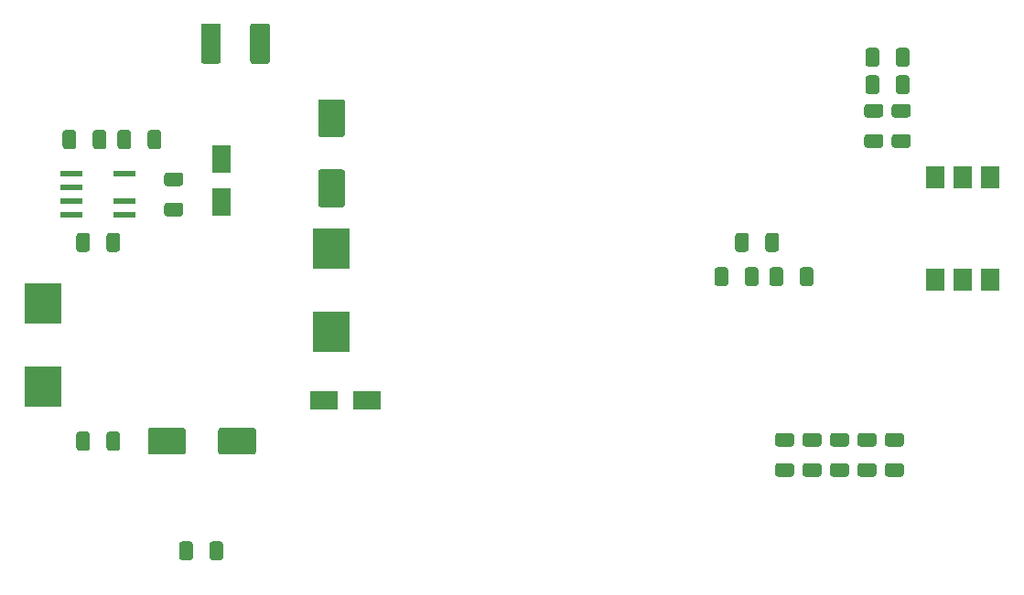
<source format=gbr>
%TF.GenerationSoftware,KiCad,Pcbnew,(5.1.6)-1*%
%TF.CreationDate,2020-07-27T14:36:12-04:00*%
%TF.ProjectId,CARIceCreamControl,43415249-6365-4437-9265-616d436f6e74,rev?*%
%TF.SameCoordinates,Original*%
%TF.FileFunction,Paste,Top*%
%TF.FilePolarity,Positive*%
%FSLAX46Y46*%
G04 Gerber Fmt 4.6, Leading zero omitted, Abs format (unit mm)*
G04 Created by KiCad (PCBNEW (5.1.6)-1) date 2020-07-27 14:36:12*
%MOMM*%
%LPD*%
G01*
G04 APERTURE LIST*
%ADD10R,2.500000X1.800000*%
%ADD11R,1.800000X2.500000*%
%ADD12R,3.500000X3.800000*%
%ADD13R,2.000000X0.600000*%
%ADD14R,1.780000X2.000000*%
G04 APERTURE END LIST*
%TO.C,C1*%
G36*
G01*
X170300000Y-87005000D02*
X170300000Y-88255000D01*
G75*
G02*
X170050000Y-88505000I-250000J0D01*
G01*
X169300000Y-88505000D01*
G75*
G02*
X169050000Y-88255000I0J250000D01*
G01*
X169050000Y-87005000D01*
G75*
G02*
X169300000Y-86755000I250000J0D01*
G01*
X170050000Y-86755000D01*
G75*
G02*
X170300000Y-87005000I0J-250000D01*
G01*
G37*
G36*
G01*
X167500000Y-87005000D02*
X167500000Y-88255000D01*
G75*
G02*
X167250000Y-88505000I-250000J0D01*
G01*
X166500000Y-88505000D01*
G75*
G02*
X166250000Y-88255000I0J250000D01*
G01*
X166250000Y-87005000D01*
G75*
G02*
X166500000Y-86755000I250000J0D01*
G01*
X167250000Y-86755000D01*
G75*
G02*
X167500000Y-87005000I0J-250000D01*
G01*
G37*
%TD*%
%TO.C,C2*%
G36*
G01*
X131810000Y-81200000D02*
X129810000Y-81200000D01*
G75*
G02*
X129560000Y-80950000I0J250000D01*
G01*
X129560000Y-77950000D01*
G75*
G02*
X129810000Y-77700000I250000J0D01*
G01*
X131810000Y-77700000D01*
G75*
G02*
X132060000Y-77950000I0J-250000D01*
G01*
X132060000Y-80950000D01*
G75*
G02*
X131810000Y-81200000I-250000J0D01*
G01*
G37*
G36*
G01*
X131810000Y-74700000D02*
X129810000Y-74700000D01*
G75*
G02*
X129560000Y-74450000I0J250000D01*
G01*
X129560000Y-71450000D01*
G75*
G02*
X129810000Y-71200000I250000J0D01*
G01*
X131810000Y-71200000D01*
G75*
G02*
X132060000Y-71450000I0J-250000D01*
G01*
X132060000Y-74450000D01*
G75*
G02*
X131810000Y-74700000I-250000J0D01*
G01*
G37*
%TD*%
%TO.C,C3*%
G36*
G01*
X117320000Y-101870000D02*
X117320000Y-103870000D01*
G75*
G02*
X117070000Y-104120000I-250000J0D01*
G01*
X114070000Y-104120000D01*
G75*
G02*
X113820000Y-103870000I0J250000D01*
G01*
X113820000Y-101870000D01*
G75*
G02*
X114070000Y-101620000I250000J0D01*
G01*
X117070000Y-101620000D01*
G75*
G02*
X117320000Y-101870000I0J-250000D01*
G01*
G37*
G36*
G01*
X123820000Y-101870000D02*
X123820000Y-103870000D01*
G75*
G02*
X123570000Y-104120000I-250000J0D01*
G01*
X120570000Y-104120000D01*
G75*
G02*
X120320000Y-103870000I0J250000D01*
G01*
X120320000Y-101870000D01*
G75*
G02*
X120570000Y-101620000I250000J0D01*
G01*
X123570000Y-101620000D01*
G75*
G02*
X123820000Y-101870000I0J-250000D01*
G01*
G37*
%TD*%
%TO.C,C4*%
G36*
G01*
X180350000Y-74435000D02*
X181600000Y-74435000D01*
G75*
G02*
X181850000Y-74685000I0J-250000D01*
G01*
X181850000Y-75435000D01*
G75*
G02*
X181600000Y-75685000I-250000J0D01*
G01*
X180350000Y-75685000D01*
G75*
G02*
X180100000Y-75435000I0J250000D01*
G01*
X180100000Y-74685000D01*
G75*
G02*
X180350000Y-74435000I250000J0D01*
G01*
G37*
G36*
G01*
X180350000Y-71635000D02*
X181600000Y-71635000D01*
G75*
G02*
X181850000Y-71885000I0J-250000D01*
G01*
X181850000Y-72635000D01*
G75*
G02*
X181600000Y-72885000I-250000J0D01*
G01*
X180350000Y-72885000D01*
G75*
G02*
X180100000Y-72635000I0J250000D01*
G01*
X180100000Y-71885000D01*
G75*
G02*
X180350000Y-71635000I250000J0D01*
G01*
G37*
%TD*%
%TO.C,C5*%
G36*
G01*
X111245000Y-83830000D02*
X111245000Y-85080000D01*
G75*
G02*
X110995000Y-85330000I-250000J0D01*
G01*
X110245000Y-85330000D01*
G75*
G02*
X109995000Y-85080000I0J250000D01*
G01*
X109995000Y-83830000D01*
G75*
G02*
X110245000Y-83580000I250000J0D01*
G01*
X110995000Y-83580000D01*
G75*
G02*
X111245000Y-83830000I0J-250000D01*
G01*
G37*
G36*
G01*
X108445000Y-83830000D02*
X108445000Y-85080000D01*
G75*
G02*
X108195000Y-85330000I-250000J0D01*
G01*
X107445000Y-85330000D01*
G75*
G02*
X107195000Y-85080000I0J250000D01*
G01*
X107195000Y-83830000D01*
G75*
G02*
X107445000Y-83580000I250000J0D01*
G01*
X108195000Y-83580000D01*
G75*
G02*
X108445000Y-83830000I0J-250000D01*
G01*
G37*
%TD*%
D10*
%TO.C,D2*%
X134080000Y-99060000D03*
X130080000Y-99060000D03*
%TD*%
%TO.C,D3*%
G36*
G01*
X118720000Y-67665001D02*
X118720000Y-64414999D01*
G75*
G02*
X118969999Y-64165000I249999J0D01*
G01*
X120320001Y-64165000D01*
G75*
G02*
X120570000Y-64414999I0J-249999D01*
G01*
X120570000Y-67665001D01*
G75*
G02*
X120320001Y-67915000I-249999J0D01*
G01*
X118969999Y-67915000D01*
G75*
G02*
X118720000Y-67665001I0J249999D01*
G01*
G37*
G36*
G01*
X123270000Y-67665001D02*
X123270000Y-64414999D01*
G75*
G02*
X123519999Y-64165000I249999J0D01*
G01*
X124870001Y-64165000D01*
G75*
G02*
X125120000Y-64414999I0J-249999D01*
G01*
X125120000Y-67665001D01*
G75*
G02*
X124870001Y-67915000I-249999J0D01*
G01*
X123519999Y-67915000D01*
G75*
G02*
X123270000Y-67665001I0J249999D01*
G01*
G37*
%TD*%
D11*
%TO.C,D4*%
X120650000Y-76740000D03*
X120650000Y-80740000D03*
%TD*%
D12*
%TO.C,L1*%
X130810000Y-85050000D03*
X130810000Y-92750000D03*
%TD*%
%TO.C,L2*%
X104140000Y-97830000D03*
X104140000Y-90130000D03*
%TD*%
%TO.C,R1*%
G36*
G01*
X172095000Y-104915000D02*
X173345000Y-104915000D01*
G75*
G02*
X173595000Y-105165000I0J-250000D01*
G01*
X173595000Y-105915000D01*
G75*
G02*
X173345000Y-106165000I-250000J0D01*
G01*
X172095000Y-106165000D01*
G75*
G02*
X171845000Y-105915000I0J250000D01*
G01*
X171845000Y-105165000D01*
G75*
G02*
X172095000Y-104915000I250000J0D01*
G01*
G37*
G36*
G01*
X172095000Y-102115000D02*
X173345000Y-102115000D01*
G75*
G02*
X173595000Y-102365000I0J-250000D01*
G01*
X173595000Y-103115000D01*
G75*
G02*
X173345000Y-103365000I-250000J0D01*
G01*
X172095000Y-103365000D01*
G75*
G02*
X171845000Y-103115000I0J250000D01*
G01*
X171845000Y-102365000D01*
G75*
G02*
X172095000Y-102115000I250000J0D01*
G01*
G37*
%TD*%
%TO.C,R2*%
G36*
G01*
X171330000Y-88255000D02*
X171330000Y-87005000D01*
G75*
G02*
X171580000Y-86755000I250000J0D01*
G01*
X172330000Y-86755000D01*
G75*
G02*
X172580000Y-87005000I0J-250000D01*
G01*
X172580000Y-88255000D01*
G75*
G02*
X172330000Y-88505000I-250000J0D01*
G01*
X171580000Y-88505000D01*
G75*
G02*
X171330000Y-88255000I0J250000D01*
G01*
G37*
G36*
G01*
X174130000Y-88255000D02*
X174130000Y-87005000D01*
G75*
G02*
X174380000Y-86755000I250000J0D01*
G01*
X175130000Y-86755000D01*
G75*
G02*
X175380000Y-87005000I0J-250000D01*
G01*
X175380000Y-88255000D01*
G75*
G02*
X175130000Y-88505000I-250000J0D01*
G01*
X174380000Y-88505000D01*
G75*
G02*
X174130000Y-88255000I0J250000D01*
G01*
G37*
%TD*%
%TO.C,R3*%
G36*
G01*
X168155000Y-85080000D02*
X168155000Y-83830000D01*
G75*
G02*
X168405000Y-83580000I250000J0D01*
G01*
X169155000Y-83580000D01*
G75*
G02*
X169405000Y-83830000I0J-250000D01*
G01*
X169405000Y-85080000D01*
G75*
G02*
X169155000Y-85330000I-250000J0D01*
G01*
X168405000Y-85330000D01*
G75*
G02*
X168155000Y-85080000I0J250000D01*
G01*
G37*
G36*
G01*
X170955000Y-85080000D02*
X170955000Y-83830000D01*
G75*
G02*
X171205000Y-83580000I250000J0D01*
G01*
X171955000Y-83580000D01*
G75*
G02*
X172205000Y-83830000I0J-250000D01*
G01*
X172205000Y-85080000D01*
G75*
G02*
X171955000Y-85330000I-250000J0D01*
G01*
X171205000Y-85330000D01*
G75*
G02*
X170955000Y-85080000I0J250000D01*
G01*
G37*
%TD*%
%TO.C,R5*%
G36*
G01*
X183020000Y-70475000D02*
X183020000Y-69225000D01*
G75*
G02*
X183270000Y-68975000I250000J0D01*
G01*
X184020000Y-68975000D01*
G75*
G02*
X184270000Y-69225000I0J-250000D01*
G01*
X184270000Y-70475000D01*
G75*
G02*
X184020000Y-70725000I-250000J0D01*
G01*
X183270000Y-70725000D01*
G75*
G02*
X183020000Y-70475000I0J250000D01*
G01*
G37*
G36*
G01*
X180220000Y-70475000D02*
X180220000Y-69225000D01*
G75*
G02*
X180470000Y-68975000I250000J0D01*
G01*
X181220000Y-68975000D01*
G75*
G02*
X181470000Y-69225000I0J-250000D01*
G01*
X181470000Y-70475000D01*
G75*
G02*
X181220000Y-70725000I-250000J0D01*
G01*
X180470000Y-70725000D01*
G75*
G02*
X180220000Y-70475000I0J250000D01*
G01*
G37*
%TD*%
%TO.C,R6*%
G36*
G01*
X182890000Y-71635000D02*
X184140000Y-71635000D01*
G75*
G02*
X184390000Y-71885000I0J-250000D01*
G01*
X184390000Y-72635000D01*
G75*
G02*
X184140000Y-72885000I-250000J0D01*
G01*
X182890000Y-72885000D01*
G75*
G02*
X182640000Y-72635000I0J250000D01*
G01*
X182640000Y-71885000D01*
G75*
G02*
X182890000Y-71635000I250000J0D01*
G01*
G37*
G36*
G01*
X182890000Y-74435000D02*
X184140000Y-74435000D01*
G75*
G02*
X184390000Y-74685000I0J-250000D01*
G01*
X184390000Y-75435000D01*
G75*
G02*
X184140000Y-75685000I-250000J0D01*
G01*
X182890000Y-75685000D01*
G75*
G02*
X182640000Y-75435000I0J250000D01*
G01*
X182640000Y-74685000D01*
G75*
G02*
X182890000Y-74435000I250000J0D01*
G01*
G37*
%TD*%
%TO.C,R7*%
G36*
G01*
X105925000Y-75555000D02*
X105925000Y-74305000D01*
G75*
G02*
X106175000Y-74055000I250000J0D01*
G01*
X106925000Y-74055000D01*
G75*
G02*
X107175000Y-74305000I0J-250000D01*
G01*
X107175000Y-75555000D01*
G75*
G02*
X106925000Y-75805000I-250000J0D01*
G01*
X106175000Y-75805000D01*
G75*
G02*
X105925000Y-75555000I0J250000D01*
G01*
G37*
G36*
G01*
X108725000Y-75555000D02*
X108725000Y-74305000D01*
G75*
G02*
X108975000Y-74055000I250000J0D01*
G01*
X109725000Y-74055000D01*
G75*
G02*
X109975000Y-74305000I0J-250000D01*
G01*
X109975000Y-75555000D01*
G75*
G02*
X109725000Y-75805000I-250000J0D01*
G01*
X108975000Y-75805000D01*
G75*
G02*
X108725000Y-75555000I0J250000D01*
G01*
G37*
%TD*%
%TO.C,R8*%
G36*
G01*
X180220000Y-67935000D02*
X180220000Y-66685000D01*
G75*
G02*
X180470000Y-66435000I250000J0D01*
G01*
X181220000Y-66435000D01*
G75*
G02*
X181470000Y-66685000I0J-250000D01*
G01*
X181470000Y-67935000D01*
G75*
G02*
X181220000Y-68185000I-250000J0D01*
G01*
X180470000Y-68185000D01*
G75*
G02*
X180220000Y-67935000I0J250000D01*
G01*
G37*
G36*
G01*
X183020000Y-67935000D02*
X183020000Y-66685000D01*
G75*
G02*
X183270000Y-66435000I250000J0D01*
G01*
X184020000Y-66435000D01*
G75*
G02*
X184270000Y-66685000I0J-250000D01*
G01*
X184270000Y-67935000D01*
G75*
G02*
X184020000Y-68185000I-250000J0D01*
G01*
X183270000Y-68185000D01*
G75*
G02*
X183020000Y-67935000I0J250000D01*
G01*
G37*
%TD*%
%TO.C,R9*%
G36*
G01*
X112255000Y-74305000D02*
X112255000Y-75555000D01*
G75*
G02*
X112005000Y-75805000I-250000J0D01*
G01*
X111255000Y-75805000D01*
G75*
G02*
X111005000Y-75555000I0J250000D01*
G01*
X111005000Y-74305000D01*
G75*
G02*
X111255000Y-74055000I250000J0D01*
G01*
X112005000Y-74055000D01*
G75*
G02*
X112255000Y-74305000I0J-250000D01*
G01*
G37*
G36*
G01*
X115055000Y-74305000D02*
X115055000Y-75555000D01*
G75*
G02*
X114805000Y-75805000I-250000J0D01*
G01*
X114055000Y-75805000D01*
G75*
G02*
X113805000Y-75555000I0J250000D01*
G01*
X113805000Y-74305000D01*
G75*
G02*
X114055000Y-74055000I250000J0D01*
G01*
X114805000Y-74055000D01*
G75*
G02*
X115055000Y-74305000I0J-250000D01*
G01*
G37*
%TD*%
%TO.C,R10*%
G36*
G01*
X115580000Y-80785000D02*
X116830000Y-80785000D01*
G75*
G02*
X117080000Y-81035000I0J-250000D01*
G01*
X117080000Y-81785000D01*
G75*
G02*
X116830000Y-82035000I-250000J0D01*
G01*
X115580000Y-82035000D01*
G75*
G02*
X115330000Y-81785000I0J250000D01*
G01*
X115330000Y-81035000D01*
G75*
G02*
X115580000Y-80785000I250000J0D01*
G01*
G37*
G36*
G01*
X115580000Y-77985000D02*
X116830000Y-77985000D01*
G75*
G02*
X117080000Y-78235000I0J-250000D01*
G01*
X117080000Y-78985000D01*
G75*
G02*
X116830000Y-79235000I-250000J0D01*
G01*
X115580000Y-79235000D01*
G75*
G02*
X115330000Y-78985000I0J250000D01*
G01*
X115330000Y-78235000D01*
G75*
G02*
X115580000Y-77985000I250000J0D01*
G01*
G37*
%TD*%
%TO.C,R11*%
G36*
G01*
X182255000Y-104915000D02*
X183505000Y-104915000D01*
G75*
G02*
X183755000Y-105165000I0J-250000D01*
G01*
X183755000Y-105915000D01*
G75*
G02*
X183505000Y-106165000I-250000J0D01*
G01*
X182255000Y-106165000D01*
G75*
G02*
X182005000Y-105915000I0J250000D01*
G01*
X182005000Y-105165000D01*
G75*
G02*
X182255000Y-104915000I250000J0D01*
G01*
G37*
G36*
G01*
X182255000Y-102115000D02*
X183505000Y-102115000D01*
G75*
G02*
X183755000Y-102365000I0J-250000D01*
G01*
X183755000Y-103115000D01*
G75*
G02*
X183505000Y-103365000I-250000J0D01*
G01*
X182255000Y-103365000D01*
G75*
G02*
X182005000Y-103115000I0J250000D01*
G01*
X182005000Y-102365000D01*
G75*
G02*
X182255000Y-102115000I250000J0D01*
G01*
G37*
%TD*%
%TO.C,R12*%
G36*
G01*
X179715000Y-102115000D02*
X180965000Y-102115000D01*
G75*
G02*
X181215000Y-102365000I0J-250000D01*
G01*
X181215000Y-103115000D01*
G75*
G02*
X180965000Y-103365000I-250000J0D01*
G01*
X179715000Y-103365000D01*
G75*
G02*
X179465000Y-103115000I0J250000D01*
G01*
X179465000Y-102365000D01*
G75*
G02*
X179715000Y-102115000I250000J0D01*
G01*
G37*
G36*
G01*
X179715000Y-104915000D02*
X180965000Y-104915000D01*
G75*
G02*
X181215000Y-105165000I0J-250000D01*
G01*
X181215000Y-105915000D01*
G75*
G02*
X180965000Y-106165000I-250000J0D01*
G01*
X179715000Y-106165000D01*
G75*
G02*
X179465000Y-105915000I0J250000D01*
G01*
X179465000Y-105165000D01*
G75*
G02*
X179715000Y-104915000I250000J0D01*
G01*
G37*
%TD*%
%TO.C,R13*%
G36*
G01*
X107195000Y-103495000D02*
X107195000Y-102245000D01*
G75*
G02*
X107445000Y-101995000I250000J0D01*
G01*
X108195000Y-101995000D01*
G75*
G02*
X108445000Y-102245000I0J-250000D01*
G01*
X108445000Y-103495000D01*
G75*
G02*
X108195000Y-103745000I-250000J0D01*
G01*
X107445000Y-103745000D01*
G75*
G02*
X107195000Y-103495000I0J250000D01*
G01*
G37*
G36*
G01*
X109995000Y-103495000D02*
X109995000Y-102245000D01*
G75*
G02*
X110245000Y-101995000I250000J0D01*
G01*
X110995000Y-101995000D01*
G75*
G02*
X111245000Y-102245000I0J-250000D01*
G01*
X111245000Y-103495000D01*
G75*
G02*
X110995000Y-103745000I-250000J0D01*
G01*
X110245000Y-103745000D01*
G75*
G02*
X109995000Y-103495000I0J250000D01*
G01*
G37*
%TD*%
%TO.C,R14*%
G36*
G01*
X175885000Y-106165000D02*
X174635000Y-106165000D01*
G75*
G02*
X174385000Y-105915000I0J250000D01*
G01*
X174385000Y-105165000D01*
G75*
G02*
X174635000Y-104915000I250000J0D01*
G01*
X175885000Y-104915000D01*
G75*
G02*
X176135000Y-105165000I0J-250000D01*
G01*
X176135000Y-105915000D01*
G75*
G02*
X175885000Y-106165000I-250000J0D01*
G01*
G37*
G36*
G01*
X175885000Y-103365000D02*
X174635000Y-103365000D01*
G75*
G02*
X174385000Y-103115000I0J250000D01*
G01*
X174385000Y-102365000D01*
G75*
G02*
X174635000Y-102115000I250000J0D01*
G01*
X175885000Y-102115000D01*
G75*
G02*
X176135000Y-102365000I0J-250000D01*
G01*
X176135000Y-103115000D01*
G75*
G02*
X175885000Y-103365000I-250000J0D01*
G01*
G37*
%TD*%
%TO.C,R15*%
G36*
G01*
X178425000Y-103365000D02*
X177175000Y-103365000D01*
G75*
G02*
X176925000Y-103115000I0J250000D01*
G01*
X176925000Y-102365000D01*
G75*
G02*
X177175000Y-102115000I250000J0D01*
G01*
X178425000Y-102115000D01*
G75*
G02*
X178675000Y-102365000I0J-250000D01*
G01*
X178675000Y-103115000D01*
G75*
G02*
X178425000Y-103365000I-250000J0D01*
G01*
G37*
G36*
G01*
X178425000Y-106165000D02*
X177175000Y-106165000D01*
G75*
G02*
X176925000Y-105915000I0J250000D01*
G01*
X176925000Y-105165000D01*
G75*
G02*
X177175000Y-104915000I250000J0D01*
G01*
X178425000Y-104915000D01*
G75*
G02*
X178675000Y-105165000I0J-250000D01*
G01*
X178675000Y-105915000D01*
G75*
G02*
X178425000Y-106165000I-250000J0D01*
G01*
G37*
%TD*%
%TO.C,R16*%
G36*
G01*
X119520000Y-113655000D02*
X119520000Y-112405000D01*
G75*
G02*
X119770000Y-112155000I250000J0D01*
G01*
X120520000Y-112155000D01*
G75*
G02*
X120770000Y-112405000I0J-250000D01*
G01*
X120770000Y-113655000D01*
G75*
G02*
X120520000Y-113905000I-250000J0D01*
G01*
X119770000Y-113905000D01*
G75*
G02*
X119520000Y-113655000I0J250000D01*
G01*
G37*
G36*
G01*
X116720000Y-113655000D02*
X116720000Y-112405000D01*
G75*
G02*
X116970000Y-112155000I250000J0D01*
G01*
X117720000Y-112155000D01*
G75*
G02*
X117970000Y-112405000I0J-250000D01*
G01*
X117970000Y-113655000D01*
G75*
G02*
X117720000Y-113905000I-250000J0D01*
G01*
X116970000Y-113905000D01*
G75*
G02*
X116720000Y-113655000I0J250000D01*
G01*
G37*
%TD*%
D13*
%TO.C,U2*%
X111670000Y-81915000D03*
X111670000Y-80645000D03*
X111670000Y-78105000D03*
X106770000Y-78105000D03*
X106770000Y-79375000D03*
X106770000Y-80645000D03*
X106770000Y-81915000D03*
%TD*%
D14*
%TO.C,U3*%
X191770000Y-78420000D03*
X186690000Y-87950000D03*
X189230000Y-78420000D03*
X189230000Y-87950000D03*
X186690000Y-78420000D03*
X191770000Y-87950000D03*
%TD*%
M02*

</source>
